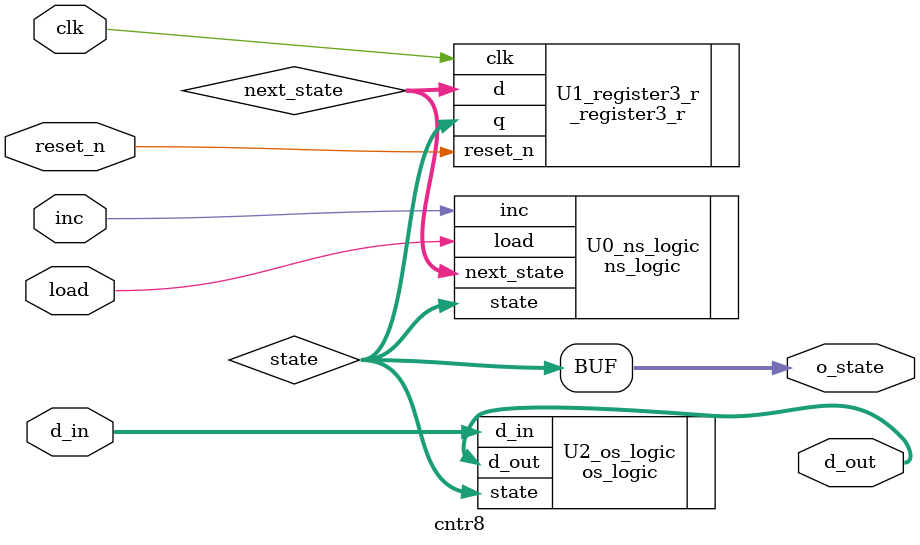
<source format=v>
module cntr8(clk,reset_n,inc,load,d_in,d_out,o_state);
//set input output
	input clk, reset_n, inc, load;
	input [7:0] d_in;
	output [7:0] d_out;
	output [2:0] o_state;
	//declare wire
	wire [2:0] next_state;
	wire [2:0] state;
	//assign output state
	assign o_state = state;
	//next state logic instance
	ns_logic U0_ns_logic(.load(load),.inc(inc),.state(state),.next_state(next_state));
	//3bit register instance
	_register3_r U1_register3_r(.clk(clk),.reset_n(reset_n),.d(next_state),.q(state));
	//output state logic instance
	os_logic U2_os_logic(.state(state),.d_in(d_in),.d_out(d_out));

endmodule

</source>
